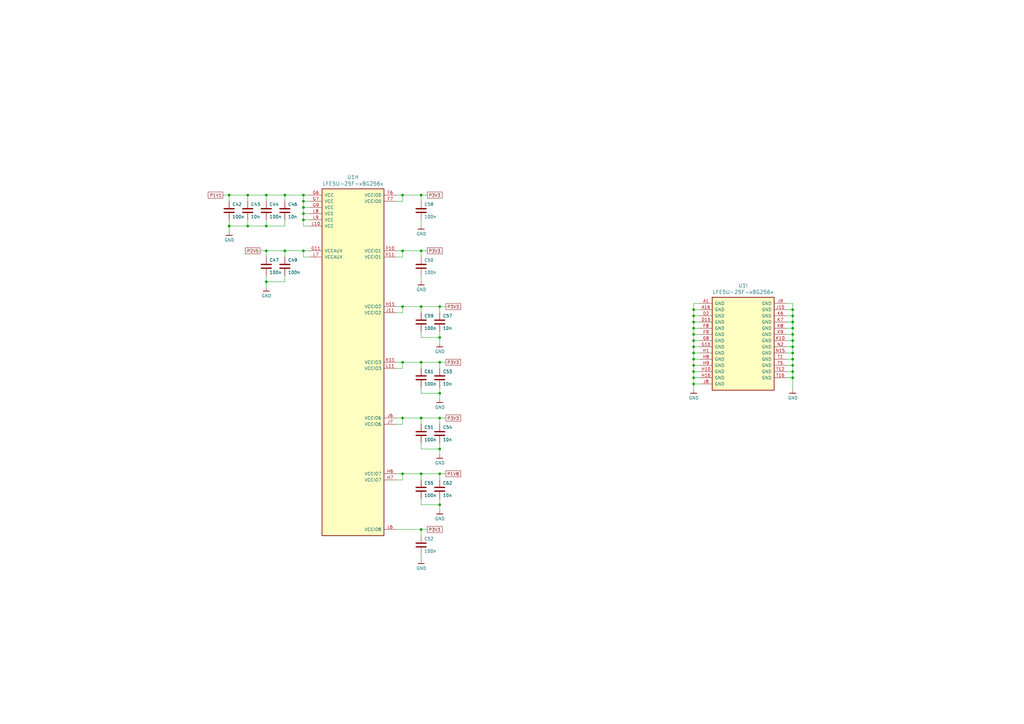
<source format=kicad_sch>
(kicad_sch (version 20231120) (generator "eeschema") (generator_version "8.0")
  (paper "A3")
  (lib_symbols
    (symbol "Device:C" (pin_numbers hide) (pin_names (offset 0.254))
      (property "Reference" "C" (at 0.635 2.54 0))
      (property "Value" "C" (at 0.635 -2.54 0))
      (symbol "C_0_1"
        (polyline (pts (xy -2.032 -0.762) (xy 2.032 -0.762)) (stroke (width 0.508)))
        (polyline (pts (xy -2.032 0.762) (xy 2.032 0.762)) (stroke (width 0.508)))
      )
      (symbol "C_1_1"
        (pin passive line (at 0 3.81 270) (length 2.794) (name "~") (number "1"))
        (pin passive line (at 0 -3.81 90) (length 2.794) (name "~") (number "2"))
      )
    )
    (symbol "ng_fpga_lattice_ecp5:LFE5U-25F-xBG256x" (pin_names (offset 1.016))
      (property "Reference" "U" (at 0 5.08 0))
      (property "Value" "LFE5U-25F-xBG256x" (at 0 2.54 0))
      (symbol "LFE5U-25F-xBG256x_1_1"
        (rectangle (start 38.1 0) (end 0 -63.5) (stroke (width 0.3048)) (fill (type background)))
        (text "BANK 0" (at 0 -64.77 0) (effects (font (size 2.54 2.54)) (justify left top)))
        (pin bidirectional line (at 43.18 -2.54 180) (length 5.08) (name "PT4A/+") (number "A2"))
        (pin bidirectional line (at 43.18 -7.62 180) (length 5.08) (name "PT6A/+") (number "A3"))
        (pin bidirectional line (at 43.18 -10.16 180) (length 5.08) (name "PT6B/-") (number "A4"))
        (pin bidirectional line (at 43.18 -33.02 180) (length 5.08) (name "PT18A/+") (number "A5"))
        (pin bidirectional line (at 43.18 -35.56 180) (length 5.08) (name "PT18B/-") (number "A6"))
        (pin bidirectional line (at 43.18 -58.42 180) (length 5.08) (name "PCLKT0_0/PT29A/+") (number "A7"))
        (pin bidirectional line (at 43.18 -60.96 180) (length 5.08) (name "PCLKC0_0/PT29B/-") (number "A8"))
        (pin bidirectional line (at 43.18 -5.08 180) (length 5.08) (name "PT4B/-") (number "B3"))
        (pin bidirectional line (at 43.18 -20.32 180) (length 5.08) (name "PT11B/-") (number "B4"))
        (pin bidirectional line (at 43.18 -30.48 180) (length 5.08) (name "PT15B/-") (number "B5"))
        (pin bidirectional line (at 43.18 -45.72 180) (length 5.08) (name "PT22B/-") (number "B6"))
        (pin bidirectional line (at 43.18 -55.88 180) (length 5.08) (name "PCLKC0_1/PT27B/-") (number "B7"))
        (pin bidirectional line (at 43.18 -17.78 180) (length 5.08) (name "PT11A/+") (number "C4"))
        (pin bidirectional line (at 43.18 -27.94 180) (length 5.08) (name "PT15A/+") (number "C5"))
        (pin bidirectional line (at 43.18 -43.18 180) (length 5.08) (name "PT22A/+") (number "C6"))
        (pin bidirectional line (at 43.18 -53.34 180) (length 5.08) (name "PCLKT0_1/PT27A/+") (number "C7"))
        (pin bidirectional line (at 43.18 -15.24 180) (length 5.08) (name "PT9B/-") (number "D4"))
        (pin bidirectional line (at 43.18 -25.4 180) (length 5.08) (name "PT13B/-") (number "D5"))
        (pin bidirectional line (at 43.18 -40.64 180) (length 5.08) (name "PT20B/-") (number "D6"))
        (pin bidirectional line (at 43.18 -50.8 180) (length 5.08) (name "GR_PCLK0_0/PT24B/-") (number "D7"))
        (pin bidirectional line (at 43.18 -12.7 180) (length 5.08) (name "PT9A/+") (number "E4"))
        (pin bidirectional line (at 43.18 -22.86 180) (length 5.08) (name "PT13A/+") (number "E5"))
        (pin bidirectional line (at 43.18 -38.1 180) (length 5.08) (name "PT20A/+") (number "E6"))
        (pin bidirectional line (at 43.18 -48.26 180) (length 5.08) (name "GR_PCLK0_1/PT24A/+") (number "E7"))
      )
      (symbol "LFE5U-25F-xBG256x_2_1"
        (rectangle (start 38.1 0) (end 0 -83.82) (stroke (width 0.3048)) (fill (type background)))
        (text "BANK 1" (at 0 -85.09 0) (effects (font (size 2.54 2.54)) (justify left top)))
        (pin bidirectional line (at 43.18 -25.4 180) (length 5.08) (name "PT42B/-") (number "A10"))
        (pin bidirectional line (at 43.18 -48.26 180) (length 5.08) (name "PT53A/+") (number "A11"))
        (pin bidirectional line (at 43.18 -50.8 180) (length 5.08) (name "PT53B/-") (number "A12"))
        (pin bidirectional line (at 43.18 -73.66 180) (length 5.08) (name "PT65A/+") (number "A13"))
        (pin bidirectional line (at 43.18 -76.2 180) (length 5.08) (name "PT65B/-") (number "A14"))
        (pin bidirectional line (at 43.18 -81.28 180) (length 5.08) (name "PT67B/-") (number "A15"))
        (pin bidirectional line (at 43.18 -22.86 180) (length 5.08) (name "PT42A/+") (number "A9"))
        (pin bidirectional line (at 43.18 -27.94 180) (length 5.08) (name "PT44A/+") (number "B10"))
        (pin bidirectional line (at 43.18 -38.1 180) (length 5.08) (name "PT49A/+") (number "B11"))
        (pin bidirectional line (at 43.18 -53.34 180) (length 5.08) (name "PT56A/+") (number "B12"))
        (pin bidirectional line (at 43.18 -63.5 180) (length 5.08) (name "PT60A/+") (number "B13"))
        (pin bidirectional line (at 43.18 -78.74 180) (length 5.08) (name "PT67A/+") (number "B14"))
        (pin bidirectional line (at 43.18 -10.16 180) (length 5.08) (name "PCLKC1_0/PT35B/-") (number "B8"))
        (pin bidirectional line (at 43.18 -12.7 180) (length 5.08) (name "GR_PCLK1_0/PT38A/+") (number "B9"))
        (pin bidirectional line (at 43.18 -30.48 180) (length 5.08) (name "PT44B/-") (number "C10"))
        (pin bidirectional line (at 43.18 -40.64 180) (length 5.08) (name "PT49B/-") (number "C11"))
        (pin bidirectional line (at 43.18 -55.88 180) (length 5.08) (name "PT56B/-") (number "C12"))
        (pin bidirectional line (at 43.18 -66.04 180) (length 5.08) (name "PT60B/-") (number "C13"))
        (pin bidirectional line (at 43.18 -7.62 180) (length 5.08) (name "PCLKT1_0/PT35A/+") (number "C8"))
        (pin bidirectional line (at 43.18 -15.24 180) (length 5.08) (name "GR_PCLK1_1/PT38B/-") (number "C9"))
        (pin bidirectional line (at 43.18 -33.02 180) (length 5.08) (name "PT47A/+") (number "D10"))
        (pin bidirectional line (at 43.18 -43.18 180) (length 5.08) (name "PT51A/+") (number "D11"))
        (pin bidirectional line (at 43.18 -58.42 180) (length 5.08) (name "PT58A/+") (number "D12"))
        (pin bidirectional line (at 43.18 -68.58 180) (length 5.08) (name "PT62A/+") (number "D13"))
        (pin bidirectional line (at 43.18 -5.08 180) (length 5.08) (name "PCLKC1_1/PT33B/-") (number "D8"))
        (pin bidirectional line (at 43.18 -17.78 180) (length 5.08) (name "PT40A/+") (number "D9"))
        (pin bidirectional line (at 43.18 -35.56 180) (length 5.08) (name "PT47B/-") (number "E10"))
        (pin bidirectional line (at 43.18 -45.72 180) (length 5.08) (name "PT51B/-") (number "E11"))
        (pin bidirectional line (at 43.18 -60.96 180) (length 5.08) (name "PT58B/-") (number "E12"))
        (pin bidirectional line (at 43.18 -71.12 180) (length 5.08) (name "PT62B/-") (number "E13"))
        (pin bidirectional line (at 43.18 -2.54 180) (length 5.08) (name "PCLKT1_1/PT33A/+") (number "E8"))
        (pin bidirectional line (at 43.18 -20.32 180) (length 5.08) (name "PT40B/-") (number "E9"))
      )
      (symbol "LFE5U-25F-xBG256x_3_1"
        (polyline (pts (xy 2.54 -88.9) (xy 2.54 -48.26)))
        (polyline (pts (xy 2.54 -2.54) (xy 2.54 -43.18)))
        (rectangle (start 38.1 0) (end 0 -91.44) (stroke (width 0.3048)) (fill (type background)))
        (text "BANK 2" (at 0 -92.71 0) (effects (font (size 2.54 2.54)) (justify left top)))
        (text "RDQ20" (at 3.81 -48.26 900) (effects (font (size 1.27 1.27)) (justify right)))
        (text "RDQ8" (at 3.81 -2.54 900) (effects (font (size 1.27 1.27)) (justify right)))
        (pin bidirectional line (at 43.18 -5.08 180) (length 5.08) (name "S0_IN/HS/PR2B/-") (number "B15"))
        (pin bidirectional line (at 43.18 -2.54 180) (length 5.08) (name "HS/PR2A/+") (number "B16"))
        (pin bidirectional line (at 43.18 -7.62 180) (length 5.08) (name "PR2C/+") (number "C14"))
        (pin bidirectional line (at 43.18 -15.24 180) (length 5.08) (name "HS/PR5B/-") (number "C15"))
        (pin bidirectional line (at 43.18 -12.7 180) (length 5.08) (name "HS/PR5A/+") (number "C16"))
        (pin bidirectional line (at 43.18 -10.16 180) (length 5.08) (name "PR2D/-") (number "D14"))
        (pin bidirectional line (at 43.18 -40.64 180) (length 5.08) (name "HS/DQS/PR8A/+") (number "D16"))
        (pin bidirectional line (at 43.18 -17.78 180) (length 5.08) (name "PR5C/+") (number "E14"))
        (pin bidirectional line (at 43.18 -43.18 180) (length 5.08) (name "HS/DQS/PR8B/-") (number "E15"))
        (pin bidirectional line (at 43.18 -35.56 180) (length 5.08) (name "PR11D/-") (number "E16"))
        (pin bidirectional line (at 43.18 -25.4 180) (length 5.08) (name "PR8D/-") (number "F12"))
        (pin bidirectional line (at 43.18 -22.86 180) (length 5.08) (name "PR8C/+") (number "F13"))
        (pin bidirectional line (at 43.18 -20.32 180) (length 5.08) (name "PR5D/-") (number "F14"))
        (pin bidirectional line (at 43.18 -33.02 180) (length 5.08) (name "PR11C/+") (number "F15"))
        (pin bidirectional line (at 43.18 -48.26 180) (length 5.08) (name "HS/PR14A/+") (number "F16"))
        (pin bidirectional line (at 43.18 -27.94 180) (length 5.08) (name "HS/PR11A/+") (number "G12"))
        (pin bidirectional line (at 43.18 -30.48 180) (length 5.08) (name "HS/PR11B/-") (number "G13"))
        (pin bidirectional line (at 43.18 -53.34 180) (length 5.08) (name "VREF1_2/PR14C/+") (number "G14"))
        (pin bidirectional line (at 43.18 -50.8 180) (length 5.08) (name "HS/PR14B/-") (number "G15"))
        (pin bidirectional line (at 43.18 -86.36 180) (length 5.08) (name "GR_PCLK2_1/HS/DQS/PR20A/+") (number "G16"))
        (pin bidirectional line (at 43.18 -58.42 180) (length 5.08) (name "HS/PR17A/+") (number "H12"))
        (pin bidirectional line (at 43.18 -60.96 180) (length 5.08) (name "HS/PR17B/-") (number "H13"))
        (pin bidirectional line (at 43.18 -55.88 180) (length 5.08) (name "PR14D/-") (number "H14"))
        (pin bidirectional line (at 43.18 -88.9 180) (length 5.08) (name "HS/DQS/PR20B/-") (number "H15"))
        (pin bidirectional line (at 43.18 -66.04 180) (length 5.08) (name "PR17D/-") (number "J12"))
        (pin bidirectional line (at 43.18 -63.5 180) (length 5.08) (name "PR17C/+") (number "J13"))
        (pin bidirectional line (at 43.18 -68.58 180) (length 5.08) (name "GR_PCLK2_0/PR20C/+") (number "J14"))
        (pin bidirectional line (at 43.18 -76.2 180) (length 5.08) (name "PCLKC2_1/HS/PR23B/-") (number "J15"))
        (pin bidirectional line (at 43.18 -73.66 180) (length 5.08) (name "PCLKT2_1/HS/PR23A/+") (number "J16"))
        (pin bidirectional line (at 43.18 -71.12 180) (length 5.08) (name "PR20D/-") (number "K14"))
        (pin bidirectional line (at 43.18 -81.28 180) (length 5.08) (name "PCLKC2_0/PR23D/-") (number "K15"))
        (pin bidirectional line (at 43.18 -78.74 180) (length 5.08) (name "PCLKT2_0/PR23C/+") (number "K16"))
      )
      (symbol "LFE5U-25F-xBG256x_4_1"
        (polyline (pts (xy 2.54 -48.26) (xy 2.54 -88.9)))
        (polyline (pts (xy 2.54 -2.54) (xy 2.54 -43.18)))
        (rectangle (start 38.1 0) (end 0 -91.44) (stroke (width 0.3048)) (fill (type background)))
        (text "BANK 3" (at 0 -92.71 0) (effects (font (size 2.54 2.54)) (justify left top)))
        (text "RDQ32" (at 3.81 -2.54 900) (effects (font (size 1.27 1.27)) (justify right)))
        (text "RDQ44" (at 3.81 -48.26 900) (effects (font (size 1.27 1.27)) (justify right)))
        (pin bidirectional line (at 43.18 -15.24 180) (length 5.08) (name "HS/PR29B/-") (number "K12"))
        (pin bidirectional line (at 43.18 -12.7 180) (length 5.08) (name "GR_PCLK3_0/HS/PR29A/+") (number "K13"))
        (pin bidirectional line (at 43.18 -20.32 180) (length 5.08) (name "PR29D/-") (number "L12"))
        (pin bidirectional line (at 43.18 -17.78 180) (length 5.08) (name "GR_PCLK3_1/PR29C/+") (number "L13"))
        (pin bidirectional line (at 43.18 -22.86 180) (length 5.08) (name "PR32C/+") (number "L14"))
        (pin bidirectional line (at 43.18 -5.08 180) (length 5.08) (name "PCLKC3_1/HS/PR26B/-") (number "L15"))
        (pin bidirectional line (at 43.18 -2.54 180) (length 5.08) (name "PCLKT3_1/HS/PR26A/+") (number "L16"))
        (pin bidirectional line (at 43.18 -73.66 180) (length 5.08) (name "HS/PR47A/+") (number "M11"))
        (pin bidirectional line (at 43.18 -68.58 180) (length 5.08) (name "PR44C/+") (number "M12"))
        (pin bidirectional line (at 43.18 -33.02 180) (length 5.08) (name "PR35C/+") (number "M13"))
        (pin bidirectional line (at 43.18 -25.4 180) (length 5.08) (name "PR32D/-") (number "M14"))
        (pin bidirectional line (at 43.18 -10.16 180) (length 5.08) (name "PCLKC3_0/PR26D/-") (number "M15"))
        (pin bidirectional line (at 43.18 -7.62 180) (length 5.08) (name "PCLKT3_0/PR26C/+") (number "M16"))
        (pin bidirectional line (at 43.18 -76.2 180) (length 5.08) (name "HS/PR47B/-") (number "N11"))
        (pin bidirectional line (at 43.18 -71.12 180) (length 5.08) (name "PR44D/-") (number "N12"))
        (pin bidirectional line (at 43.18 -48.26 180) (length 5.08) (name "HS/PR38A/+") (number "N13"))
        (pin bidirectional line (at 43.18 -35.56 180) (length 5.08) (name "PR35D/-") (number "N14"))
        (pin bidirectional line (at 43.18 -40.64 180) (length 5.08) (name "HS/DQS/PR32A/+") (number "N16"))
        (pin bidirectional line (at 43.18 -78.74 180) (length 5.08) (name "LRC_GPLL0T_IN/PR47C/+") (number "P11"))
        (pin bidirectional line (at 43.18 -81.28 180) (length 5.08) (name "LRC_GPLL0C_IN/PR47D/-") (number "P12"))
        (pin bidirectional line (at 43.18 -58.42 180) (length 5.08) (name "HS/PR41A/+") (number "P13"))
        (pin bidirectional line (at 43.18 -50.8 180) (length 5.08) (name "HS/PR38B/-") (number "P14"))
        (pin bidirectional line (at 43.18 -43.18 180) (length 5.08) (name "HS/DQS/PR32B/-") (number "P15"))
        (pin bidirectional line (at 43.18 -27.94 180) (length 5.08) (name "HS/PR35A/+") (number "P16"))
        (pin bidirectional line (at 43.18 -86.36 180) (length 5.08) (name "HS/DQS/PR44A/+") (number "R12"))
        (pin bidirectional line (at 43.18 -63.5 180) (length 5.08) (name "PR41C/+") (number "R13"))
        (pin bidirectional line (at 43.18 -60.96 180) (length 5.08) (name "HS/PR41B/-") (number "R14"))
        (pin bidirectional line (at 43.18 -53.34 180) (length 5.08) (name "PR38C/+") (number "R15"))
        (pin bidirectional line (at 43.18 -30.48 180) (length 5.08) (name "VREF1_3/HS/PR35B/-") (number "R16"))
        (pin bidirectional line (at 43.18 -88.9 180) (length 5.08) (name "HS/DQS/PR44B/-") (number "T13"))
        (pin bidirectional line (at 43.18 -66.04 180) (length 5.08) (name "PR41D/-") (number "T14"))
        (pin bidirectional line (at 43.18 -55.88 180) (length 5.08) (name "PR38D/-") (number "T15"))
      )
      (symbol "LFE5U-25F-xBG256x_5_1"
        (polyline (pts (xy 2.54 -48.26) (xy 2.54 -88.9)))
        (polyline (pts (xy 2.54 -2.54) (xy 2.54 -43.18)))
        (rectangle (start 38.1 0) (end 0 -91.44) (stroke (width 0.3048)) (fill (type background)))
        (text "BANK 6" (at 0 -92.71 0) (effects (font (size 2.54 2.54)) (justify left top)))
        (text "LDQ32" (at 3.81 -2.54 900) (effects (font (size 1.27 1.27)) (justify right)))
        (text "LDQ44" (at 3.81 -48.26 900) (effects (font (size 1.27 1.27)) (justify right)))
        (pin bidirectional line (at 43.18 -12.7 180) (length 5.08) (name "GR_PCLK6_0/HS/PL29A/+") (number "K4"))
        (pin bidirectional line (at 43.18 -15.24 180) (length 5.08) (name "HS/PL29B/-") (number "K5"))
        (pin bidirectional line (at 43.18 -2.54 180) (length 5.08) (name "PCLKT6_1/HS/PL26A/+") (number "L1"))
        (pin bidirectional line (at 43.18 -5.08 180) (length 5.08) (name "PCLKC6_1/HS/PL26B/-") (number "L2"))
        (pin bidirectional line (at 43.18 -22.86 180) (length 5.08) (name "PL32C/+") (number "L3"))
        (pin bidirectional line (at 43.18 -17.78 180) (length 5.08) (name "GR_PCLK6_1/PL29C/+") (number "L4"))
        (pin bidirectional line (at 43.18 -20.32 180) (length 5.08) (name "PL29D/-") (number "L5"))
        (pin bidirectional line (at 43.18 -7.62 180) (length 5.08) (name "PCLKT6_0/PL26C/+") (number "M1"))
        (pin bidirectional line (at 43.18 -10.16 180) (length 5.08) (name "PCLKC6_0/PL26D/-") (number "M2"))
        (pin bidirectional line (at 43.18 -25.4 180) (length 5.08) (name "PL32D/-") (number "M3"))
        (pin bidirectional line (at 43.18 -33.02 180) (length 5.08) (name "PL35C/+") (number "M4"))
        (pin bidirectional line (at 43.18 -68.58 180) (length 5.08) (name "PL44C/+") (number "M5"))
        (pin bidirectional line (at 43.18 -73.66 180) (length 5.08) (name "HS/PL47A/+") (number "M6"))
        (pin bidirectional line (at 43.18 -40.64 180) (length 5.08) (name "HS/DQS/PL32A/+") (number "N1"))
        (pin bidirectional line (at 43.18 -35.56 180) (length 5.08) (name "PL35D/-") (number "N3"))
        (pin bidirectional line (at 43.18 -48.26 180) (length 5.08) (name "HS/PL38A/+") (number "N4"))
        (pin bidirectional line (at 43.18 -71.12 180) (length 5.08) (name "PL44D/-") (number "N5"))
        (pin bidirectional line (at 43.18 -76.2 180) (length 5.08) (name "HS/PL47B/-") (number "N6"))
        (pin bidirectional line (at 43.18 -27.94 180) (length 5.08) (name "HS/PL35A/+") (number "P1"))
        (pin bidirectional line (at 43.18 -43.18 180) (length 5.08) (name "HS/DQS/PL32B/-") (number "P2"))
        (pin bidirectional line (at 43.18 -50.8 180) (length 5.08) (name "HS/PL38B/-") (number "P3"))
        (pin bidirectional line (at 43.18 -58.42 180) (length 5.08) (name "HS/PL41A/+") (number "P4"))
        (pin bidirectional line (at 43.18 -81.28 180) (length 5.08) (name "LLC_GPLL0C_IN/PL47D/-") (number "P5"))
        (pin bidirectional line (at 43.18 -78.74 180) (length 5.08) (name "LLC_GPLL0T_IN/PL47C/+") (number "P6"))
        (pin bidirectional line (at 43.18 -30.48 180) (length 5.08) (name "VREF1_6/HS/PL35B/-") (number "R1"))
        (pin bidirectional line (at 43.18 -53.34 180) (length 5.08) (name "PL38C/+") (number "R2"))
        (pin bidirectional line (at 43.18 -60.96 180) (length 5.08) (name "HS/PL41B/-") (number "R3"))
        (pin bidirectional line (at 43.18 -63.5 180) (length 5.08) (name "PL41C/+") (number "R4"))
        (pin bidirectional line (at 43.18 -86.36 180) (length 5.08) (name "HS/DQS/PL44A/+") (number "R5"))
        (pin bidirectional line (at 43.18 -55.88 180) (length 5.08) (name "PL38D/-") (number "T2"))
        (pin bidirectional line (at 43.18 -66.04 180) (length 5.08) (name "PL41D/-") (number "T3"))
        (pin bidirectional line (at 43.18 -88.9 180) (length 5.08) (name "HS/DQS/PL44B/-") (number "T4"))
      )
      (symbol "LFE5U-25F-xBG256x_6_1"
        (polyline (pts (xy 2.54 -48.26) (xy 2.54 -88.9)))
        (polyline (pts (xy 2.54 -2.54) (xy 2.54 -43.18)))
        (rectangle (start 38.1 0) (end 0 -91.44) (stroke (width 0.3048)) (fill (type background)))
        (text "BANK 7" (at 0 -92.71 0) (effects (font (size 2.54 2.54)) (justify left top)))
        (text "LDQ20" (at 3.81 -48.26 900) (effects (font (size 1.27 1.27)) (justify right)))
        (text "LDQ8" (at 3.81 -2.54 900) (effects (font (size 1.27 1.27)) (justify right)))
        (pin bidirectional line (at 43.18 -2.54 180) (length 5.08) (name "HS/PL2A/+") (number "B1"))
        (pin bidirectional line (at 43.18 -5.08 180) (length 5.08) (name "HS/PL2B/-") (number "B2"))
        (pin bidirectional line (at 43.18 -12.7 180) (length 5.08) (name "HS/PL5A/+") (number "C1"))
        (pin bidirectional line (at 43.18 -15.24 180) (length 5.08) (name "HS/PL5B/-") (number "C2"))
        (pin bidirectional line (at 43.18 -7.62 180) (length 5.08) (name "PL2C/+") (number "C3"))
        (pin bidirectional line (at 43.18 -40.64 180) (length 5.08) (name "HS/DQS/PL8A/+") (number "D1"))
        (pin bidirectional line (at 43.18 -10.16 180) (length 5.08) (name "PL2D/-") (number "D3"))
        (pin bidirectional line (at 43.18 -35.56 180) (length 5.08) (name "PL11D/-") (number "E1"))
        (pin bidirectional line (at 43.18 -43.18 180) (length 5.08) (name "HS/DQS/PL8B/-") (number "E2"))
        (pin bidirectional line (at 43.18 -17.78 180) (length 5.08) (name "PL5C/+") (number "E3"))
        (pin bidirectional line (at 43.18 -48.26 180) (length 5.08) (name "HS/PL14A/+") (number "F1"))
        (pin bidirectional line (at 43.18 -33.02 180) (length 5.08) (name "PL11C/+") (number "F2"))
        (pin bidirectional line (at 43.18 -20.32 180) (length 5.08) (name "PL5D/-") (number "F3"))
        (pin bidirectional line (at 43.18 -22.86 180) (length 5.08) (name "PL8C/+") (number "F4"))
        (pin bidirectional line (at 43.18 -25.4 180) (length 5.08) (name "PL8D/-") (number "F5"))
        (pin bidirectional line (at 43.18 -86.36 180) (length 5.08) (name "GR_PCLK7_1/HS/DQS/PL20A/+") (number "G1"))
        (pin bidirectional line (at 43.18 -50.8 180) (length 5.08) (name "HS/PL14B/-") (number "G2"))
        (pin bidirectional line (at 43.18 -53.34 180) (length 5.08) (name "VREF1_7/PL14C/+") (number "G3"))
        (pin bidirectional line (at 43.18 -30.48 180) (length 5.08) (name "HS/PL11B/-") (number "G4"))
        (pin bidirectional line (at 43.18 -27.94 180) (length 5.08) (name "HS/PL11A/+") (number "G5"))
        (pin bidirectional line (at 43.18 -88.9 180) (length 5.08) (name "HS/DQS/PL20B/-") (number "H2"))
        (pin bidirectional line (at 43.18 -55.88 180) (length 5.08) (name "PL14D/-") (number "H3"))
        (pin bidirectional line (at 43.18 -60.96 180) (length 5.08) (name "HS/PL17B/-") (number "H4"))
        (pin bidirectional line (at 43.18 -58.42 180) (length 5.08) (name "HS/PL17A/+") (number "H5"))
        (pin bidirectional line (at 43.18 -73.66 180) (length 5.08) (name "PCLKT7_1/HS/PL23A/+") (number "J1"))
        (pin bidirectional line (at 43.18 -76.2 180) (length 5.08) (name "PCLKC7_1/HS/PL23B/-") (number "J2"))
        (pin bidirectional line (at 43.18 -68.58 180) (length 5.08) (name "GR_PCLK7_0/PL20C/+") (number "J3"))
        (pin bidirectional line (at 43.18 -63.5 180) (length 5.08) (name "PL17C/+") (number "J4"))
        (pin bidirectional line (at 43.18 -66.04 180) (length 5.08) (name "PL17D/-") (number "J5"))
        (pin bidirectional line (at 43.18 -78.74 180) (length 5.08) (name "PCLKT7_0/PL23C/+") (number "K1"))
        (pin bidirectional line (at 43.18 -81.28 180) (length 5.08) (name "PCLKC7_0/PL23D/-") (number "K2"))
        (pin bidirectional line (at 43.18 -71.12 180) (length 5.08) (name "PL20D/-") (number "K3"))
      )
      (symbol "LFE5U-25F-xBG256x_7_1"
        (rectangle (start 38.1 0) (end 0 -73.66) (stroke (width 0.3048)) (fill (type background)))
        (text "BANK 8" (at 0 -74.93 0) (effects (font (size 2.54 2.54)) (justify left top)))
        (pin bidirectional line (at 43.18 -68.58 180) (length 5.08) (name "TDO") (number "M10"))
        (pin bidirectional line (at 43.18 -40.64 180) (length 5.08) (name "D2/IO2/PB9B/-") (number "M7"))
        (pin bidirectional line (at 43.18 -55.88 180) (length 5.08) (name "DOUT/CSON/PB15B/-") (number "M8"))
        (pin bidirectional line (at 43.18 -58.42 180) (length 5.08) (name "WRITEN/PB18A") (number "M9"))
        (pin bidirectional line (at 43.18 -2.54 180) (length 5.08) (name "CFG_0") (number "N10"))
        (pin bidirectional line (at 43.18 -38.1 180) (length 5.08) (name "D3/IO3/PB9A/+") (number "N7"))
        (pin bidirectional line (at 43.18 -53.34 180) (length 5.08) (name "DI/HOLDN/BUSY/CSSPIN/PB15A/+") (number "N8"))
        (pin bidirectional line (at 43.18 -22.86 180) (length 5.08) (name "CCLK/MCLK/SCK") (number "N9"))
        (pin bidirectional line (at 43.18 -5.08 180) (length 5.08) (name "CFG_1") (number "P10"))
        (pin bidirectional line (at 43.18 -35.56 180) (length 5.08) (name "D4/MOSI2/IO4/PB6B/-") (number "P7"))
        (pin bidirectional line (at 43.18 -50.8 180) (length 5.08) (name "CS1N/PB13B/-") (number "P8"))
        (pin bidirectional line (at 43.18 -15.24 180) (length 5.08) (name "DONE") (number "P9"))
        (pin bidirectional line (at 43.18 -7.62 180) (length 5.08) (name "CFG_2") (number "R10"))
        (pin bidirectional line (at 43.18 -66.04 180) (length 5.08) (name "TDI") (number "R11"))
        (pin bidirectional line (at 43.18 -30.48 180) (length 5.08) (name "D6/IO6/PB4B/-") (number "R6"))
        (pin bidirectional line (at 43.18 -33.02 180) (length 5.08) (name "D5/MISO2/IO5/PB6A/+") (number "R7"))
        (pin bidirectional line (at 43.18 -48.26 180) (length 5.08) (name "SN/CSN/PB13A/+") (number "R8"))
        (pin bidirectional line (at 43.18 -17.78 180) (length 5.08) (name "PROGRAMN") (number "R9"))
        (pin bidirectional line (at 43.18 -63.5 180) (length 5.08) (name "TCK") (number "T10"))
        (pin bidirectional line (at 43.18 -71.12 180) (length 5.08) (name "TMS") (number "T11"))
        (pin bidirectional line (at 43.18 -27.94 180) (length 5.08) (name "D7/IO7/PB4A/+") (number "T6"))
        (pin bidirectional line (at 43.18 -43.18 180) (length 5.08) (name "D1/MISO/IO1/PB11A/+") (number "T7"))
        (pin bidirectional line (at 43.18 -45.72 180) (length 5.08) (name "D0/MOSI/IO0/PB11B/-") (number "T8"))
        (pin bidirectional line (at 43.18 -12.7 180) (length 5.08) (name "INITN") (number "T9"))
      )
      (symbol "LFE5U-25F-xBG256x_8_1"
        (rectangle (start 0 0) (end 25.4 -142.24) (stroke (width 0.3048)) (fill (type background)))
        (pin power_in line (at 30.48 -25.4 180) (length 5.08) (name "VCCIO1") (number "F10"))
        (pin power_in line (at 30.48 -27.94 180) (length 5.08) (name "VCCIO1") (number "F11"))
        (pin power_in line (at 30.48 -2.54 180) (length 5.08) (name "VCCIO0") (number "F6"))
        (pin power_in line (at 30.48 -5.08 180) (length 5.08) (name "VCCIO0") (number "F7"))
        (pin power_in line (at -5.08 -25.4 0) (length 5.08) (name "VCCAUX") (number "G11"))
        (pin power_in line (at -5.08 -2.54 0) (length 5.08) (name "VCC") (number "G6"))
        (pin power_in line (at -5.08 -5.08 0) (length 5.08) (name "VCC") (number "G7"))
        (pin power_in line (at -5.08 -7.62 0) (length 5.08) (name "VCC") (number "G9"))
        (pin power_in line (at 30.48 -48.26 180) (length 5.08) (name "VCCIO2") (number "H11"))
        (pin power_in line (at 30.48 -116.84 180) (length 5.08) (name "VCCIO7") (number "H6"))
        (pin power_in line (at 30.48 -119.38 180) (length 5.08) (name "VCCIO7") (number "H7"))
        (pin power_in line (at 30.48 -50.8 180) (length 5.08) (name "VCCIO2") (number "J11"))
        (pin power_in line (at 30.48 -93.98 180) (length 5.08) (name "VCCIO6") (number "J6"))
        (pin power_in line (at 30.48 -96.52 180) (length 5.08) (name "VCCIO6") (number "J7"))
        (pin power_in line (at 30.48 -71.12 180) (length 5.08) (name "VCCIO3") (number "K11"))
        (pin power_in line (at -5.08 -15.24 0) (length 5.08) (name "VCC") (number "L10"))
        (pin power_in line (at 30.48 -73.66 180) (length 5.08) (name "VCCIO3") (number "L11"))
        (pin power_in line (at 30.48 -139.7 180) (length 5.08) (name "VCCIO8") (number "L6"))
        (pin power_in line (at -5.08 -27.94 0) (length 5.08) (name "VCCAUX") (number "L7"))
        (pin power_in line (at -5.08 -10.16 0) (length 5.08) (name "VCC") (number "L8"))
        (pin power_in line (at -5.08 -12.7 0) (length 5.08) (name "VCC") (number "L9"))
      )
      (symbol "LFE5U-25F-xBG256x_9_1"
        (rectangle (start 0 0) (end 25.4 -38.1) (stroke (width 0.3048)) (fill (type background)))
        (pin power_in line (at -5.08 -2.54 0) (length 5.08) (name "GND") (number "A1"))
        (pin power_in line (at -5.08 -5.08 0) (length 5.08) (name "GND") (number "A16"))
        (pin power_in line (at -5.08 -10.16 0) (length 5.08) (name "GND") (number "D15"))
        (pin power_in line (at -5.08 -7.62 0) (length 5.08) (name "GND") (number "D2"))
        (pin power_in line (at -5.08 -12.7 0) (length 5.08) (name "GND") (number "F8"))
        (pin power_in line (at -5.08 -15.24 0) (length 5.08) (name "GND") (number "F9"))
        (pin power_in line (at -5.08 -20.32 0) (length 5.08) (name "GND") (number "G10"))
        (pin power_in line (at -5.08 -17.78 0) (length 5.08) (name "GND") (number "G8"))
        (pin power_in line (at -5.08 -22.86 0) (length 5.08) (name "GND") (number "H1"))
        (pin power_in line (at -5.08 -30.48 0) (length 5.08) (name "GND") (number "H10"))
        (pin power_in line (at -5.08 -33.02 0) (length 5.08) (name "GND") (number "H16"))
        (pin power_in line (at -5.08 -25.4 0) (length 5.08) (name "GND") (number "H8"))
        (pin power_in line (at -5.08 -27.94 0) (length 5.08) (name "GND") (number "H9"))
        (pin power_in line (at 30.48 -5.08 180) (length 5.08) (name "GND") (number "J10"))
        (pin power_in line (at -5.08 -35.56 0) (length 5.08) (name "GND") (number "J8"))
        (pin power_in line (at 30.48 -2.54 180) (length 5.08) (name "GND") (number "J9"))
        (pin power_in line (at 30.48 -17.78 180) (length 5.08) (name "GND") (number "K10"))
        (pin power_in line (at 30.48 -7.62 180) (length 5.08) (name "GND") (number "K6"))
        (pin power_in line (at 30.48 -10.16 180) (length 5.08) (name "GND") (number "K7"))
        (pin power_in line (at 30.48 -12.7 180) (length 5.08) (name "GND") (number "K8"))
        (pin power_in line (at 30.48 -15.24 180) (length 5.08) (name "GND") (number "K9"))
        (pin power_in line (at 30.48 -22.86 180) (length 5.08) (name "GND") (number "N15"))
        (pin power_in line (at 30.48 -20.32 180) (length 5.08) (name "GND") (number "N2"))
        (pin power_in line (at 30.48 -25.4 180) (length 5.08) (name "GND") (number "T1"))
        (pin power_in line (at 30.48 -30.48 180) (length 5.08) (name "GND") (number "T12"))
        (pin power_in line (at 30.48 -33.02 180) (length 5.08) (name "GND") (number "T16"))
        (pin power_in line (at 30.48 -27.94 180) (length 5.08) (name "GND") (number "T5"))
      )
    )
    (symbol "ng_power:GND" (power) (pin_names (offset 0))
      (property "Value" "GND" (at 0 -2.54 0))
      (symbol "GND_0_1"
        (polyline (pts (xy 0 -1.27) (xy 0 0)))
        (polyline (pts (xy 1.27 -1.27) (xy -1.27 -1.27)) (stroke (width 0.3048)))
      )
      (symbol "GND_1_1"
        (pin power_in line (at 0 0 270) (length 0) hide (name "GND") (number "1"))
      )
    )
  )
  (junction (at 325.12 144.78))
  (junction (at 165.1 125.73))
  (junction (at 101.6 92.71))
  (junction (at 109.22 102.87))
  (junction (at 93.98 80.01))
  (junction (at 172.72 80.01))
  (junction (at 124.46 80.01))
  (junction (at 124.46 87.63))
  (junction (at 124.46 85.09))
  (junction (at 325.12 152.4))
  (junction (at 325.12 147.32))
  (junction (at 172.72 171.45))
  (junction (at 109.22 92.71))
  (junction (at 180.34 138.43))
  (junction (at 116.84 102.87))
  (junction (at 284.48 152.4))
  (junction (at 109.22 80.01))
  (junction (at 325.12 134.62))
  (junction (at 165.1 102.87))
  (junction (at 284.48 147.32))
  (junction (at 325.12 132.08))
  (junction (at 325.12 154.94))
  (junction (at 284.48 137.16))
  (junction (at 172.72 102.87))
  (junction (at 172.72 125.73))
  (junction (at 325.12 142.24))
  (junction (at 124.46 82.55))
  (junction (at 284.48 132.08))
  (junction (at 180.34 148.59))
  (junction (at 180.34 207.01))
  (junction (at 284.48 129.54))
  (junction (at 325.12 139.7))
  (junction (at 172.72 217.17))
  (junction (at 180.34 171.45))
  (junction (at 165.1 80.01))
  (junction (at 284.48 157.48))
  (junction (at 284.48 144.78))
  (junction (at 284.48 139.7))
  (junction (at 180.34 125.73))
  (junction (at 165.1 171.45))
  (junction (at 180.34 194.31))
  (junction (at 284.48 134.62))
  (junction (at 180.34 161.29))
  (junction (at 172.72 194.31))
  (junction (at 165.1 194.31))
  (junction (at 325.12 127))
  (junction (at 180.34 184.15))
  (junction (at 325.12 129.54))
  (junction (at 116.84 80.01))
  (junction (at 109.22 115.57))
  (junction (at 284.48 142.24))
  (junction (at 284.48 127))
  (junction (at 93.98 92.71))
  (junction (at 284.48 149.86))
  (junction (at 124.46 102.87))
  (junction (at 325.12 149.86))
  (junction (at 325.12 137.16))
  (junction (at 124.46 90.17))
  (junction (at 284.48 154.94))
  (junction (at 172.72 148.59))
  (junction (at 101.6 80.01))
  (junction (at 165.1 148.59))
  (wire (pts (xy 124.46 90.17) (xy 124.46 87.63)))
  (wire (pts (xy 172.72 227.33) (xy 172.72 229.87)))
  (wire (pts (xy 172.72 207.01) (xy 180.34 207.01)))
  (wire (pts (xy 325.12 154.94) (xy 325.12 160.02)))
  (wire (pts (xy 172.72 184.15) (xy 180.34 184.15)))
  (wire (pts (xy 172.72 207.01) (xy 172.72 204.47)))
  (wire (pts (xy 124.46 80.01) (xy 116.84 80.01)))
  (wire (pts (xy 165.1 128.27) (xy 162.56 128.27)))
  (wire (pts (xy 180.34 138.43) (xy 180.34 135.89)))
  (wire (pts (xy 124.46 87.63) (xy 127 87.63)))
  (wire (pts (xy 124.46 92.71) (xy 124.46 90.17)))
  (wire (pts (xy 322.58 124.46) (xy 325.12 124.46)))
  (wire (pts (xy 172.72 138.43) (xy 180.34 138.43)))
  (wire (pts (xy 284.48 127) (xy 284.48 129.54)))
  (wire (pts (xy 322.58 154.94) (xy 325.12 154.94)))
  (wire (pts (xy 180.34 173.99) (xy 180.34 171.45)))
  (wire (pts (xy 180.34 148.59) (xy 182.88 148.59)))
  (wire (pts (xy 180.34 128.27) (xy 180.34 125.73)))
  (wire (pts (xy 172.72 219.71) (xy 172.72 217.17)))
  (wire (pts (xy 165.1 105.41) (xy 162.56 105.41)))
  (wire (pts (xy 322.58 127) (xy 325.12 127)))
  (wire (pts (xy 109.22 115.57) (xy 109.22 113.03)))
  (wire (pts (xy 165.1 194.31) (xy 165.1 196.85)))
  (wire (pts (xy 284.48 154.94) (xy 284.48 157.48)))
  (wire (pts (xy 116.84 115.57) (xy 116.84 113.03)))
  (wire (pts (xy 101.6 92.71) (xy 109.22 92.71)))
  (wire (pts (xy 172.72 217.17) (xy 175.26 217.17)))
  (wire (pts (xy 172.72 138.43) (xy 172.72 135.89)))
  (wire (pts (xy 287.02 144.78) (xy 284.48 144.78)))
  (wire (pts (xy 165.1 194.31) (xy 172.72 194.31)))
  (wire (pts (xy 172.72 102.87) (xy 175.26 102.87)))
  (wire (pts (xy 322.58 149.86) (xy 325.12 149.86)))
  (wire (pts (xy 127 85.09) (xy 124.46 85.09)))
  (wire (pts (xy 162.56 125.73) (xy 165.1 125.73)))
  (wire (pts (xy 284.48 149.86) (xy 284.48 152.4)))
  (wire (pts (xy 287.02 149.86) (xy 284.48 149.86)))
  (wire (pts (xy 165.1 125.73) (xy 165.1 128.27)))
  (wire (pts (xy 284.48 144.78) (xy 284.48 147.32)))
  (wire (pts (xy 109.22 115.57) (xy 116.84 115.57)))
  (wire (pts (xy 325.12 132.08) (xy 325.12 134.62)))
  (wire (pts (xy 325.12 129.54) (xy 325.12 132.08)))
  (wire (pts (xy 162.56 102.87) (xy 165.1 102.87)))
  (wire (pts (xy 325.12 139.7) (xy 325.12 142.24)))
  (wire (pts (xy 284.48 152.4) (xy 284.48 154.94)))
  (wire (pts (xy 172.72 161.29) (xy 172.72 158.75)))
  (wire (pts (xy 165.1 148.59) (xy 165.1 151.13)))
  (wire (pts (xy 109.22 80.01) (xy 116.84 80.01)))
  (wire (pts (xy 127 90.17) (xy 124.46 90.17)))
  (wire (pts (xy 287.02 132.08) (xy 284.48 132.08)))
  (wire (pts (xy 165.1 171.45) (xy 165.1 173.99)))
  (wire (pts (xy 325.12 127) (xy 325.12 129.54)))
  (wire (pts (xy 165.1 148.59) (xy 172.72 148.59)))
  (wire (pts (xy 180.34 207.01) (xy 180.34 209.55)))
  (wire (pts (xy 172.72 196.85) (xy 172.72 194.31)))
  (wire (pts (xy 180.34 151.13) (xy 180.34 148.59)))
  (wire (pts (xy 109.22 92.71) (xy 109.22 90.17)))
  (wire (pts (xy 109.22 102.87) (xy 106.68 102.87)))
  (wire (pts (xy 124.46 82.55) (xy 124.46 80.01)))
  (wire (pts (xy 172.72 115.57) (xy 172.72 113.03)))
  (wire (pts (xy 172.72 80.01) (xy 175.26 80.01)))
  (wire (pts (xy 165.1 82.55) (xy 162.56 82.55)))
  (wire (pts (xy 162.56 148.59) (xy 165.1 148.59)))
  (wire (pts (xy 172.72 128.27) (xy 172.72 125.73)))
  (wire (pts (xy 162.56 171.45) (xy 165.1 171.45)))
  (wire (pts (xy 165.1 173.99) (xy 162.56 173.99)))
  (wire (pts (xy 284.48 147.32) (xy 284.48 149.86)))
  (wire (pts (xy 124.46 105.41) (xy 124.46 102.87)))
  (wire (pts (xy 287.02 154.94) (xy 284.48 154.94)))
  (wire (pts (xy 172.72 92.71) (xy 172.72 90.17)))
  (wire (pts (xy 180.34 161.29) (xy 180.34 158.75)))
  (wire (pts (xy 101.6 80.01) (xy 109.22 80.01)))
  (wire (pts (xy 165.1 196.85) (xy 162.56 196.85)))
  (wire (pts (xy 180.34 194.31) (xy 182.88 194.31)))
  (wire (pts (xy 325.12 137.16) (xy 325.12 139.7)))
  (wire (pts (xy 116.84 105.41) (xy 116.84 102.87)))
  (wire (pts (xy 165.1 102.87) (xy 165.1 105.41)))
  (wire (pts (xy 172.72 105.41) (xy 172.72 102.87)))
  (wire (pts (xy 284.48 134.62) (xy 284.48 137.16)))
  (wire (pts (xy 162.56 80.01) (xy 165.1 80.01)))
  (wire (pts (xy 109.22 115.57) (xy 109.22 118.11)))
  (wire (pts (xy 109.22 92.71) (xy 116.84 92.71)))
  (wire (pts (xy 162.56 217.17) (xy 172.72 217.17)))
  (wire (pts (xy 287.02 137.16) (xy 284.48 137.16)))
  (wire (pts (xy 287.02 127) (xy 284.48 127)))
  (wire (pts (xy 180.34 184.15) (xy 180.34 181.61)))
  (wire (pts (xy 180.34 171.45) (xy 182.88 171.45)))
  (wire (pts (xy 172.72 161.29) (xy 180.34 161.29)))
  (wire (pts (xy 284.48 132.08) (xy 284.48 134.62)))
  (wire (pts (xy 172.72 184.15) (xy 172.72 181.61)))
  (wire (pts (xy 284.48 139.7) (xy 284.48 142.24)))
  (wire (pts (xy 287.02 129.54) (xy 284.48 129.54)))
  (wire (pts (xy 93.98 92.71) (xy 93.98 95.25)))
  (wire (pts (xy 165.1 151.13) (xy 162.56 151.13)))
  (wire (pts (xy 116.84 82.55) (xy 116.84 80.01)))
  (wire (pts (xy 325.12 152.4) (xy 325.12 154.94)))
  (wire (pts (xy 172.72 125.73) (xy 180.34 125.73)))
  (wire (pts (xy 165.1 171.45) (xy 172.72 171.45)))
  (wire (pts (xy 325.12 147.32) (xy 325.12 149.86)))
  (wire (pts (xy 325.12 149.86) (xy 325.12 152.4)))
  (wire (pts (xy 325.12 142.24) (xy 325.12 144.78)))
  (wire (pts (xy 322.58 144.78) (xy 325.12 144.78)))
  (wire (pts (xy 284.48 142.24) (xy 284.48 144.78)))
  (wire (pts (xy 127 92.71) (xy 124.46 92.71)))
  (wire (pts (xy 287.02 139.7) (xy 284.48 139.7)))
  (wire (pts (xy 93.98 80.01) (xy 101.6 80.01)))
  (wire (pts (xy 180.34 138.43) (xy 180.34 140.97)))
  (wire (pts (xy 116.84 102.87) (xy 109.22 102.87)))
  (wire (pts (xy 124.46 102.87) (xy 127 102.87)))
  (wire (pts (xy 109.22 82.55) (xy 109.22 80.01)))
  (wire (pts (xy 180.34 207.01) (xy 180.34 204.47)))
  (wire (pts (xy 180.34 161.29) (xy 180.34 163.83)))
  (wire (pts (xy 284.48 137.16) (xy 284.48 139.7)))
  (wire (pts (xy 325.12 144.78) (xy 325.12 147.32)))
  (wire (pts (xy 284.48 129.54) (xy 284.48 132.08)))
  (wire (pts (xy 172.72 148.59) (xy 180.34 148.59)))
  (wire (pts (xy 124.46 85.09) (xy 124.46 82.55)))
  (wire (pts (xy 127 105.41) (xy 124.46 105.41)))
  (wire (pts (xy 165.1 102.87) (xy 172.72 102.87)))
  (wire (pts (xy 101.6 92.71) (xy 101.6 90.17)))
  (wire (pts (xy 287.02 124.46) (xy 284.48 124.46)))
  (wire (pts (xy 322.58 142.24) (xy 325.12 142.24)))
  (wire (pts (xy 322.58 137.16) (xy 325.12 137.16)))
  (wire (pts (xy 180.34 196.85) (xy 180.34 194.31)))
  (wire (pts (xy 322.58 139.7) (xy 325.12 139.7)))
  (wire (pts (xy 284.48 124.46) (xy 284.48 127)))
  (wire (pts (xy 116.84 92.71) (xy 116.84 90.17)))
  (wire (pts (xy 287.02 157.48) (xy 284.48 157.48)))
  (wire (pts (xy 325.12 124.46) (xy 325.12 127)))
  (wire (pts (xy 165.1 125.73) (xy 172.72 125.73)))
  (wire (pts (xy 180.34 184.15) (xy 180.34 186.69)))
  (wire (pts (xy 124.46 82.55) (xy 127 82.55)))
  (wire (pts (xy 287.02 142.24) (xy 284.48 142.24)))
  (wire (pts (xy 93.98 92.71) (xy 93.98 90.17)))
  (wire (pts (xy 325.12 134.62) (xy 325.12 137.16)))
  (wire (pts (xy 172.72 194.31) (xy 180.34 194.31)))
  (wire (pts (xy 287.02 147.32) (xy 284.48 147.32)))
  (wire (pts (xy 109.22 105.41) (xy 109.22 102.87)))
  (wire (pts (xy 124.46 87.63) (xy 124.46 85.09)))
  (wire (pts (xy 172.72 151.13) (xy 172.72 148.59)))
  (wire (pts (xy 101.6 82.55) (xy 101.6 80.01)))
  (wire (pts (xy 172.72 171.45) (xy 180.34 171.45)))
  (wire (pts (xy 172.72 173.99) (xy 172.72 171.45)))
  (wire (pts (xy 93.98 82.55) (xy 93.98 80.01)))
  (wire (pts (xy 162.56 194.31) (xy 165.1 194.31)))
  (wire (pts (xy 124.46 102.87) (xy 116.84 102.87)))
  (wire (pts (xy 322.58 129.54) (xy 325.12 129.54)))
  (wire (pts (xy 322.58 147.32) (xy 325.12 147.32)))
  (wire (pts (xy 91.44 80.01) (xy 93.98 80.01)))
  (wire (pts (xy 287.02 152.4) (xy 284.48 152.4)))
  (wire (pts (xy 165.1 80.01) (xy 172.72 80.01)))
  (wire (pts (xy 322.58 152.4) (xy 325.12 152.4)))
  (wire (pts (xy 180.34 125.73) (xy 182.88 125.73)))
  (wire (pts (xy 322.58 132.08) (xy 325.12 132.08)))
  (wire (pts (xy 322.58 134.62) (xy 325.12 134.62)))
  (wire (pts (xy 284.48 157.48) (xy 284.48 160.02)))
  (wire (pts (xy 165.1 80.01) (xy 165.1 82.55)))
  (wire (pts (xy 124.46 80.01) (xy 127 80.01)))
  (wire (pts (xy 93.98 92.71) (xy 101.6 92.71)))
  (wire (pts (xy 172.72 82.55) (xy 172.72 80.01)))
  (wire (pts (xy 287.02 134.62) (xy 284.48 134.62)))
  (global_label "P3V3" (shape passive) (at 175.26 102.87 0) (property "Intersheetrefs" "${INTERSHEET_REFS}" (effects (hide yes))))
  (global_label "P3V3" (shape passive) (at 182.88 125.73 0) (property "Intersheetrefs" "${INTERSHEET_REFS}" (effects (hide yes))))
  (global_label "P3V3" (shape passive) (at 175.26 217.17 0) (property "Intersheetrefs" "${INTERSHEET_REFS}" (effects (hide yes))))
  (global_label "P3V3" (shape passive) (at 175.26 80.01 0) (property "Intersheetrefs" "${INTERSHEET_REFS}" (effects (hide yes))))
  (global_label "P1V1" (shape passive) (at 91.44 80.01 180) (property "Intersheetrefs" "${INTERSHEET_REFS}" (effects (hide yes))))
  (global_label "P3V3" (shape passive) (at 182.88 148.59 0) (property "Intersheetrefs" "${INTERSHEET_REFS}" (effects (hide yes))))
  (global_label "P3V3" (shape passive) (at 182.88 171.45 0) (property "Intersheetrefs" "${INTERSHEET_REFS}" (effects (hide yes))))
  (global_label "P2V5" (shape passive) (at 106.68 102.87 180) (property "Intersheetrefs" "${INTERSHEET_REFS}" (effects (hide yes))))
  (global_label "P1V8" (shape passive) (at 182.88 194.31 0) (property "Intersheetrefs" "${INTERSHEET_REFS}" (effects (hide yes))))
  (symbol (lib_id "ng_fpga_lattice_ecp5:LFE5U-25F-xBG256x") (at 132.08 77.47 0) (unit 8)
    (property "Reference" "U1" (at 144.78 72.644 0) (effects (font (size 1.524 1.524))))
    (property "Value" "LFE5U-25F-xBG256x" (at 144.78 75.3364 0) (effects (font (size 1.524 1.524))))
    (property "Footprint" "ng_fpga_lattice_ecp5:LFE5U-25F_BGA-256_14.0x14.0mm_Layout16x16_P0.8mm_Pad0.35mm" (effects (hide yes)))
    (property "MPN" "LFE5U-25F-xBG256x" (effects (hide yes)))
    (property "MFR" "Lattice" (effects (hide yes)))
  )
  (symbol (lib_id "ng_fpga_lattice_ecp5:LFE5U-25F-xBG256x") (at 292.1 121.92 0) (unit 9)
    (property "Reference" "U1" (at 304.8 117.094 0) (effects (font (size 1.524 1.524))))
    (property "Value" "LFE5U-25F-xBG256x" (at 304.8 119.7864 0) (effects (font (size 1.524 1.524))))
    (property "Footprint" "ng_fpga_lattice_ecp5:LFE5U-25F_BGA-256_14.0x14.0mm_Layout16x16_P0.8mm_Pad0.35mm" (effects (hide yes)))
    (property "MPN" "LFE5U-25F-xBG256x" (effects (hide yes)))
    (property "MFR" "Lattice" (effects (hide yes)))
  )
  (symbol (lib_id "ng_power:GND") (at 284.48 160.02 0) (unit 1)
    (property "Reference" "#PWR056" (effects (hide yes)))
    (property "Value" "GND" (at 284.5562 163.2204 0))
  )
  (symbol (lib_id "ng_power:GND") (at 325.12 160.02 0) (unit 1)
    (property "Reference" "#PWR057" (effects (hide yes)))
    (property "Value" "GND" (at 325.1962 163.2204 0))
  )
  (symbol (lib_id "ng_power:GND") (at 93.98 95.25 0) (unit 1)
    (property "Reference" "#PWR01" (effects (hide yes)))
    (property "Value" "GND" (at 94.0562 98.4504 0))
  )
  (symbol (lib_id "Device:C") (at 116.84 86.36 0) (unit 1)
    (property "Reference" "C46" (at 118.11 83.82 0) (effects (justify left)))
    (property "Value" "10n" (at 118.11 88.9 0) (effects (justify left)))
    (property "Footprint" "Capacitor_SMD:C_0402_1005Metric" (effects (hide yes)))
    (property "MFR" "Samsung" (effects (hide yes)))
    (property "MPN" "CL05B103KB5NNNC" (effects (hide yes)))
  )
  (symbol (lib_id "Device:C") (at 109.22 86.36 0) (unit 1)
    (property "Reference" "C44" (at 110.49 83.82 0) (effects (justify left)))
    (property "Value" "100n" (at 110.49 88.9 0) (effects (justify left)))
    (property "Footprint" "Capacitor_SMD:C_0402_1005Metric" (effects (hide yes)))
    (property "MFR" "Samsung" (effects (hide yes)))
    (property "MPN" "CL05B104KO5NNNC" (effects (hide yes)))
  )
  (symbol (lib_id "Device:C") (at 101.6 86.36 0) (unit 1)
    (property "Reference" "C43" (at 102.87 83.82 0) (effects (justify left)))
    (property "Value" "10n" (at 102.87 88.9 0) (effects (justify left)))
    (property "Footprint" "Capacitor_SMD:C_0402_1005Metric" (effects (hide yes)))
    (property "MFR" "Samsung" (effects (hide yes)))
    (property "MPN" "CL05B103KB5NNNC" (effects (hide yes)))
  )
  (symbol (lib_id "Device:C") (at 93.98 86.36 0) (unit 1)
    (property "Reference" "C42" (at 95.25 83.82 0) (effects (justify left)))
    (property "Value" "100n" (at 95.25 88.9 0) (effects (justify left)))
    (property "Footprint" "Capacitor_SMD:C_0402_1005Metric" (effects (hide yes)))
    (property "MFR" "Samsung" (effects (hide yes)))
    (property "MPN" "CL05B104KO5NNNC" (effects (hide yes)))
  )
  (symbol (lib_id "Device:C") (at 116.84 109.22 0) (unit 1)
    (property "Reference" "C49" (at 118.11 106.68 0) (effects (justify left)))
    (property "Value" "100n" (at 118.11 111.76 0) (effects (justify left)))
    (property "Footprint" "Capacitor_SMD:C_0402_1005Metric" (effects (hide yes)))
    (property "MFR" "Samsung" (effects (hide yes)))
    (property "MPN" "CL05B104KO5NNNC" (effects (hide yes)))
  )
  (symbol (lib_id "Device:C") (at 109.22 109.22 0) (unit 1)
    (property "Reference" "C47" (at 110.49 106.68 0) (effects (justify left)))
    (property "Value" "100n" (at 110.49 111.76 0) (effects (justify left)))
    (property "Footprint" "Capacitor_SMD:C_0402_1005Metric" (effects (hide yes)))
    (property "MFR" "Samsung" (effects (hide yes)))
    (property "MPN" "CL05B104KO5NNNC" (effects (hide yes)))
  )
  (symbol (lib_id "ng_power:GND") (at 109.22 118.11 0) (unit 1)
    (property "Reference" "#PWR02" (effects (hide yes)))
    (property "Value" "GND" (at 109.2962 121.3104 0))
  )
  (symbol (lib_id "Device:C") (at 180.34 132.08 0) (unit 1)
    (property "Reference" "C57" (at 181.61 129.54 0) (effects (justify left)))
    (property "Value" "10n" (at 181.61 134.62 0) (effects (justify left)))
    (property "Footprint" "Capacitor_SMD:C_0402_1005Metric" (effects (hide yes)))
    (property "MFR" "Samsung" (effects (hide yes)))
    (property "MPN" "CL05B103KB5NNNC" (effects (hide yes)))
  )
  (symbol (lib_id "Device:C") (at 172.72 109.22 0) (unit 1)
    (property "Reference" "C50" (at 173.99 106.68 0) (effects (justify left)))
    (property "Value" "100n" (at 173.99 111.76 0) (effects (justify left)))
    (property "Footprint" "Capacitor_SMD:C_0402_1005Metric" (effects (hide yes)))
    (property "MFR" "Samsung" (effects (hide yes)))
    (property "MPN" "CL05B104KO5NNNC" (effects (hide yes)))
  )
  (symbol (lib_id "ng_power:GND") (at 172.72 92.71 0) (unit 1)
    (property "Reference" "#PWR050" (effects (hide yes)))
    (property "Value" "GND" (at 172.7962 95.9104 0))
  )
  (symbol (lib_id "Device:C") (at 172.72 86.36 0) (unit 1)
    (property "Reference" "C58" (at 173.99 83.82 0) (effects (justify left)))
    (property "Value" "100n" (at 173.99 88.9 0) (effects (justify left)))
    (property "Footprint" "Capacitor_SMD:C_0402_1005Metric" (effects (hide yes)))
    (property "MFR" "Samsung" (effects (hide yes)))
    (property "MPN" "CL05B104KO5NNNC" (effects (hide yes)))
  )
  (symbol (lib_id "Device:C") (at 172.72 177.8 0) (unit 1)
    (property "Reference" "C51" (at 173.99 175.26 0) (effects (justify left)))
    (property "Value" "100n" (at 173.99 180.34 0) (effects (justify left)))
    (property "Footprint" "Capacitor_SMD:C_0402_1005Metric" (effects (hide yes)))
    (property "MFR" "Samsung" (effects (hide yes)))
    (property "MPN" "CL05B104KO5NNNC" (effects (hide yes)))
  )
  (symbol (lib_id "ng_power:GND") (at 172.72 115.57 0) (unit 1)
    (property "Reference" "#PWR051" (effects (hide yes)))
    (property "Value" "GND" (at 172.7962 118.7704 0))
  )
  (symbol (lib_id "Device:C") (at 172.72 132.08 0) (unit 1)
    (property "Reference" "C59" (at 173.99 129.54 0) (effects (justify left)))
    (property "Value" "100n" (at 173.99 134.62 0) (effects (justify left)))
    (property "Footprint" "Capacitor_SMD:C_0402_1005Metric" (effects (hide yes)))
    (property "MFR" "Samsung" (effects (hide yes)))
    (property "MPN" "CL05B104KO5NNNC" (effects (hide yes)))
  )
  (symbol (lib_id "Device:C") (at 172.72 223.52 0) (unit 1)
    (property "Reference" "C52" (at 173.99 220.98 0) (effects (justify left)))
    (property "Value" "100n" (at 173.99 226.06 0) (effects (justify left)))
    (property "Footprint" "Capacitor_SMD:C_0402_1005Metric" (effects (hide yes)))
    (property "MFR" "Samsung" (effects (hide yes)))
    (property "MPN" "CL05B104KO5NNNC" (effects (hide yes)))
  )
  (symbol (lib_id "ng_power:GND") (at 180.34 140.97 0) (unit 1)
    (property "Reference" "#PWR052" (effects (hide yes)))
    (property "Value" "GND" (at 180.4162 144.1704 0))
  )
  (symbol (lib_id "Device:C") (at 180.34 154.94 0) (unit 1)
    (property "Reference" "C53" (at 181.61 152.4 0) (effects (justify left)))
    (property "Value" "10n" (at 181.61 157.48 0) (effects (justify left)))
    (property "Footprint" "Capacitor_SMD:C_0402_1005Metric" (effects (hide yes)))
    (property "MFR" "Samsung" (effects (hide yes)))
    (property "MPN" "CL05B103KB5NNNC" (effects (hide yes)))
  )
  (symbol (lib_id "ng_power:GND") (at 180.34 163.83 0) (unit 1)
    (property "Reference" "#PWR053" (effects (hide yes)))
    (property "Value" "GND" (at 180.4162 167.0304 0))
  )
  (symbol (lib_id "Device:C") (at 172.72 154.94 0) (unit 1)
    (property "Reference" "C61" (at 173.99 152.4 0) (effects (justify left)))
    (property "Value" "100n" (at 173.99 157.48 0) (effects (justify left)))
    (property "Footprint" "Capacitor_SMD:C_0402_1005Metric" (effects (hide yes)))
    (property "MFR" "Samsung" (effects (hide yes)))
    (property "MPN" "CL05B104KO5NNNC" (effects (hide yes)))
  )
  (symbol (lib_id "Device:C") (at 180.34 177.8 0) (unit 1)
    (property "Reference" "C54" (at 181.61 175.26 0) (effects (justify left)))
    (property "Value" "10n" (at 181.61 180.34 0) (effects (justify left)))
    (property "Footprint" "Capacitor_SMD:C_0402_1005Metric" (effects (hide yes)))
    (property "MFR" "Samsung" (effects (hide yes)))
    (property "MPN" "CL05B103KB5NNNC" (effects (hide yes)))
  )
  (symbol (lib_id "ng_power:GND") (at 180.34 186.69 0) (unit 1)
    (property "Reference" "#PWR054" (effects (hide yes)))
    (property "Value" "GND" (at 180.4162 189.8904 0))
  )
  (symbol (lib_id "Device:C") (at 180.34 200.66 0) (unit 1)
    (property "Reference" "C62" (at 181.61 198.12 0) (effects (justify left)))
    (property "Value" "10n" (at 181.61 203.2 0) (effects (justify left)))
    (property "Footprint" "Capacitor_SMD:C_0402_1005Metric" (effects (hide yes)))
    (property "MFR" "Samsung" (effects (hide yes)))
    (property "MPN" "CL05B103KB5NNNC" (effects (hide yes)))
  )
  (symbol (lib_id "Device:C") (at 172.72 200.66 0) (unit 1)
    (property "Reference" "C55" (at 173.99 198.12 0) (effects (justify left)))
    (property "Value" "100n" (at 173.99 203.2 0) (effects (justify left)))
    (property "Footprint" "Capacitor_SMD:C_0402_1005Metric" (effects (hide yes)))
    (property "MFR" "Samsung" (effects (hide yes)))
    (property "MPN" "CL05B104KO5NNNC" (effects (hide yes)))
  )
  (symbol (lib_id "ng_power:GND") (at 180.34 209.55 0) (unit 1)
    (property "Reference" "#PWR055" (effects (hide yes)))
    (property "Value" "GND" (at 180.4162 212.7504 0))
  )
  (symbol (lib_id "ng_power:GND") (at 172.72 229.87 0) (unit 1)
    (property "Reference" "#PWR016" (effects (hide yes)))
    (property "Value" "GND" (at 172.7962 233.0704 0))
  )
)
</source>
